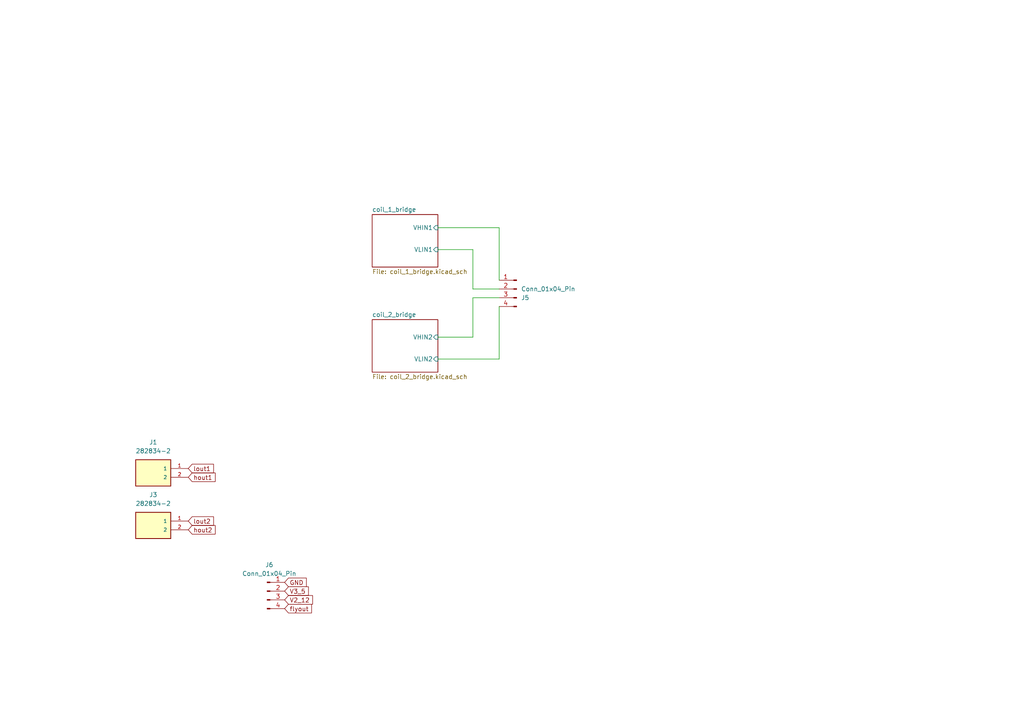
<source format=kicad_sch>
(kicad_sch
	(version 20231120)
	(generator "eeschema")
	(generator_version "8.0")
	(uuid "edf94242-0cdc-4580-8fae-fd56a0fef1a3")
	(paper "A4")
	(lib_symbols
		(symbol "282834-2:282834-2"
			(pin_names
				(offset 1.016)
			)
			(exclude_from_sim no)
			(in_bom yes)
			(on_board yes)
			(property "Reference" "J"
				(at -7.62 5.842 0)
				(effects
					(font
						(size 1.27 1.27)
					)
					(justify left bottom)
				)
			)
			(property "Value" "282834-2"
				(at -7.62 -5.08 0)
				(effects
					(font
						(size 1.27 1.27)
					)
					(justify left bottom)
				)
			)
			(property "Footprint" "282834-2:TE_282834-2"
				(at 0 0 0)
				(effects
					(font
						(size 1.27 1.27)
					)
					(justify bottom)
					(hide yes)
				)
			)
			(property "Datasheet" ""
				(at 0 0 0)
				(effects
					(font
						(size 1.27 1.27)
					)
					(hide yes)
				)
			)
			(property "Description" ""
				(at 0 0 0)
				(effects
					(font
						(size 1.27 1.27)
					)
					(hide yes)
				)
			)
			(property "Check_prices" "https://www.snapeda.com/parts/282834-2/TE+Connectivity+AMP+Connectors/view-part/?ref=eda"
				(at 0 0 0)
				(effects
					(font
						(size 1.27 1.27)
					)
					(justify bottom)
					(hide yes)
				)
			)
			(property "Package" "None"
				(at 0 0 0)
				(effects
					(font
						(size 1.27 1.27)
					)
					(justify bottom)
					(hide yes)
				)
			)
			(property "STANDARD" "Manufacturer Recommendations"
				(at 0 0 0)
				(effects
					(font
						(size 1.27 1.27)
					)
					(justify bottom)
					(hide yes)
				)
			)
			(property "PARTREV" "D"
				(at 0 0 0)
				(effects
					(font
						(size 1.27 1.27)
					)
					(justify bottom)
					(hide yes)
				)
			)
			(property "SnapEDA_Link" "https://www.snapeda.com/parts/282834-2/TE+Connectivity+AMP+Connectors/view-part/?ref=snap"
				(at 0 0 0)
				(effects
					(font
						(size 1.27 1.27)
					)
					(justify bottom)
					(hide yes)
				)
			)
			(property "Description_1" "\n                        \n                            Terminal Block Connector PCB 2.54 mm 30-16 AWG Green 10 A 150 V M1.6 | TE Connectivity 282834-2\n                        \n"
				(at 0 0 0)
				(effects
					(font
						(size 1.27 1.27)
					)
					(justify bottom)
					(hide yes)
				)
			)
			(property "Number_of_Positions" "2"
				(at 0 0 0)
				(effects
					(font
						(size 1.27 1.27)
					)
					(justify bottom)
					(hide yes)
				)
			)
			(property "MANUFACTURER" "TE Connectivity"
				(at 0 0 0)
				(effects
					(font
						(size 1.27 1.27)
					)
					(justify bottom)
					(hide yes)
				)
			)
			(property "Comment" "282834-2"
				(at 0 0 0)
				(effects
					(font
						(size 1.27 1.27)
					)
					(justify bottom)
					(hide yes)
				)
			)
			(property "MF" "TE Connectivity"
				(at 0 0 0)
				(effects
					(font
						(size 1.27 1.27)
					)
					(justify bottom)
					(hide yes)
				)
			)
			(property "MAXIMUM_PACKAGE_HEIGHT" "10 mm"
				(at 0 0 0)
				(effects
					(font
						(size 1.27 1.27)
					)
					(justify bottom)
					(hide yes)
				)
			)
			(property "Price" "None"
				(at 0 0 0)
				(effects
					(font
						(size 1.27 1.27)
					)
					(justify bottom)
					(hide yes)
				)
			)
			(property "MP" "282834-2"
				(at 0 0 0)
				(effects
					(font
						(size 1.27 1.27)
					)
					(justify bottom)
					(hide yes)
				)
			)
			(property "EU_RoHS_Compliance" "Compliant with Exemptions"
				(at 0 0 0)
				(effects
					(font
						(size 1.27 1.27)
					)
					(justify bottom)
					(hide yes)
				)
			)
			(property "Availability" "In Stock"
				(at 0 0 0)
				(effects
					(font
						(size 1.27 1.27)
					)
					(justify bottom)
					(hide yes)
				)
			)
			(property "Centerline_Pitch" "2.54 mm[.1 in]"
				(at 0 0 0)
				(effects
					(font
						(size 1.27 1.27)
					)
					(justify bottom)
					(hide yes)
				)
			)
			(property "SNAPEDA_PN" "282834-2"
				(at 0 0 0)
				(effects
					(font
						(size 1.27 1.27)
					)
					(justify bottom)
					(hide yes)
				)
			)
			(symbol "282834-2_0_0"
				(rectangle
					(start -7.62 -2.54)
					(end 2.54 5.08)
					(stroke
						(width 0.254)
						(type default)
					)
					(fill
						(type background)
					)
				)
				(pin passive line
					(at 7.62 2.54 180)
					(length 5.08)
					(name "1"
						(effects
							(font
								(size 1.016 1.016)
							)
						)
					)
					(number "1"
						(effects
							(font
								(size 1.016 1.016)
							)
						)
					)
				)
				(pin passive line
					(at 7.62 0 180)
					(length 5.08)
					(name "2"
						(effects
							(font
								(size 1.016 1.016)
							)
						)
					)
					(number "2"
						(effects
							(font
								(size 1.016 1.016)
							)
						)
					)
				)
			)
		)
		(symbol "Connector:Conn_01x04_Pin"
			(pin_names
				(offset 1.016) hide)
			(exclude_from_sim no)
			(in_bom yes)
			(on_board yes)
			(property "Reference" "J"
				(at 0 5.08 0)
				(effects
					(font
						(size 1.27 1.27)
					)
				)
			)
			(property "Value" "Conn_01x04_Pin"
				(at 0 -7.62 0)
				(effects
					(font
						(size 1.27 1.27)
					)
				)
			)
			(property "Footprint" ""
				(at 0 0 0)
				(effects
					(font
						(size 1.27 1.27)
					)
					(hide yes)
				)
			)
			(property "Datasheet" "~"
				(at 0 0 0)
				(effects
					(font
						(size 1.27 1.27)
					)
					(hide yes)
				)
			)
			(property "Description" "Generic connector, single row, 01x04, script generated"
				(at 0 0 0)
				(effects
					(font
						(size 1.27 1.27)
					)
					(hide yes)
				)
			)
			(property "ki_locked" ""
				(at 0 0 0)
				(effects
					(font
						(size 1.27 1.27)
					)
				)
			)
			(property "ki_keywords" "connector"
				(at 0 0 0)
				(effects
					(font
						(size 1.27 1.27)
					)
					(hide yes)
				)
			)
			(property "ki_fp_filters" "Connector*:*_1x??_*"
				(at 0 0 0)
				(effects
					(font
						(size 1.27 1.27)
					)
					(hide yes)
				)
			)
			(symbol "Conn_01x04_Pin_1_1"
				(polyline
					(pts
						(xy 1.27 -5.08) (xy 0.8636 -5.08)
					)
					(stroke
						(width 0.1524)
						(type default)
					)
					(fill
						(type none)
					)
				)
				(polyline
					(pts
						(xy 1.27 -2.54) (xy 0.8636 -2.54)
					)
					(stroke
						(width 0.1524)
						(type default)
					)
					(fill
						(type none)
					)
				)
				(polyline
					(pts
						(xy 1.27 0) (xy 0.8636 0)
					)
					(stroke
						(width 0.1524)
						(type default)
					)
					(fill
						(type none)
					)
				)
				(polyline
					(pts
						(xy 1.27 2.54) (xy 0.8636 2.54)
					)
					(stroke
						(width 0.1524)
						(type default)
					)
					(fill
						(type none)
					)
				)
				(rectangle
					(start 0.8636 -4.953)
					(end 0 -5.207)
					(stroke
						(width 0.1524)
						(type default)
					)
					(fill
						(type outline)
					)
				)
				(rectangle
					(start 0.8636 -2.413)
					(end 0 -2.667)
					(stroke
						(width 0.1524)
						(type default)
					)
					(fill
						(type outline)
					)
				)
				(rectangle
					(start 0.8636 0.127)
					(end 0 -0.127)
					(stroke
						(width 0.1524)
						(type default)
					)
					(fill
						(type outline)
					)
				)
				(rectangle
					(start 0.8636 2.667)
					(end 0 2.413)
					(stroke
						(width 0.1524)
						(type default)
					)
					(fill
						(type outline)
					)
				)
				(pin passive line
					(at 5.08 2.54 180)
					(length 3.81)
					(name "Pin_1"
						(effects
							(font
								(size 1.27 1.27)
							)
						)
					)
					(number "1"
						(effects
							(font
								(size 1.27 1.27)
							)
						)
					)
				)
				(pin passive line
					(at 5.08 0 180)
					(length 3.81)
					(name "Pin_2"
						(effects
							(font
								(size 1.27 1.27)
							)
						)
					)
					(number "2"
						(effects
							(font
								(size 1.27 1.27)
							)
						)
					)
				)
				(pin passive line
					(at 5.08 -2.54 180)
					(length 3.81)
					(name "Pin_3"
						(effects
							(font
								(size 1.27 1.27)
							)
						)
					)
					(number "3"
						(effects
							(font
								(size 1.27 1.27)
							)
						)
					)
				)
				(pin passive line
					(at 5.08 -5.08 180)
					(length 3.81)
					(name "Pin_4"
						(effects
							(font
								(size 1.27 1.27)
							)
						)
					)
					(number "4"
						(effects
							(font
								(size 1.27 1.27)
							)
						)
					)
				)
			)
		)
	)
	(wire
		(pts
			(xy 137.16 86.36) (xy 144.78 86.36)
		)
		(stroke
			(width 0)
			(type default)
		)
		(uuid "026b6d82-3957-4c52-9e88-9efea39a986b")
	)
	(wire
		(pts
			(xy 137.16 72.39) (xy 127 72.39)
		)
		(stroke
			(width 0)
			(type default)
		)
		(uuid "03d55461-4c1c-4238-9e0f-4fadb0bb1404")
	)
	(wire
		(pts
			(xy 137.16 83.82) (xy 137.16 72.39)
		)
		(stroke
			(width 0)
			(type default)
		)
		(uuid "20259597-1a2a-448d-a96c-790d03565b01")
	)
	(wire
		(pts
			(xy 127 104.14) (xy 144.78 104.14)
		)
		(stroke
			(width 0)
			(type default)
		)
		(uuid "293e1dd1-2676-4f06-b671-4de66718a500")
	)
	(wire
		(pts
			(xy 144.78 66.04) (xy 144.78 81.28)
		)
		(stroke
			(width 0)
			(type default)
		)
		(uuid "402b9c91-7d90-43a2-9db5-0a240a151a6c")
	)
	(wire
		(pts
			(xy 127 97.79) (xy 137.16 97.79)
		)
		(stroke
			(width 0)
			(type default)
		)
		(uuid "687dbde6-6291-4f22-bd3b-f702670df529")
	)
	(wire
		(pts
			(xy 127 66.04) (xy 144.78 66.04)
		)
		(stroke
			(width 0)
			(type default)
		)
		(uuid "ac134391-64a1-4cf5-8881-bf0c46491c48")
	)
	(wire
		(pts
			(xy 137.16 97.79) (xy 137.16 86.36)
		)
		(stroke
			(width 0)
			(type default)
		)
		(uuid "bc1e7dc1-63d0-44b2-a12c-15ba3c30e764")
	)
	(wire
		(pts
			(xy 144.78 88.9) (xy 144.78 104.14)
		)
		(stroke
			(width 0)
			(type default)
		)
		(uuid "cc07fcce-0081-469e-ae72-ee06f603a4ac")
	)
	(wire
		(pts
			(xy 137.16 83.82) (xy 144.78 83.82)
		)
		(stroke
			(width 0)
			(type default)
		)
		(uuid "f51c6936-01ce-4c7f-b0eb-f0fa784e61dd")
	)
	(global_label "flyout"
		(shape input)
		(at 82.55 176.53 0)
		(fields_autoplaced yes)
		(effects
			(font
				(size 1.27 1.27)
			)
			(justify left)
		)
		(uuid "298ab947-152e-47ef-a67a-1ce117e1acdd")
		(property "Intersheetrefs" "${INTERSHEET_REFS}"
			(at 90.9174 176.53 0)
			(effects
				(font
					(size 1.27 1.27)
				)
				(justify left)
				(hide yes)
			)
		)
	)
	(global_label "lout1"
		(shape input)
		(at 54.61 135.89 0)
		(fields_autoplaced yes)
		(effects
			(font
				(size 1.27 1.27)
			)
			(justify left)
		)
		(uuid "39869d56-93b4-447a-9be4-42aa9d3df220")
		(property "Intersheetrefs" "${INTERSHEET_REFS}"
			(at 62.4936 135.89 0)
			(effects
				(font
					(size 1.27 1.27)
				)
				(justify left)
				(hide yes)
			)
		)
	)
	(global_label "V3_5"
		(shape input)
		(at 82.55 171.45 0)
		(fields_autoplaced yes)
		(effects
			(font
				(size 1.27 1.27)
			)
			(justify left)
		)
		(uuid "4e34816e-b7d1-4eaf-b743-21597454dc5e")
		(property "Intersheetrefs" "${INTERSHEET_REFS}"
			(at 90.0104 171.45 0)
			(effects
				(font
					(size 1.27 1.27)
				)
				(justify left)
				(hide yes)
			)
		)
	)
	(global_label "V2_12"
		(shape input)
		(at 82.55 173.99 0)
		(fields_autoplaced yes)
		(effects
			(font
				(size 1.27 1.27)
			)
			(justify left)
		)
		(uuid "58745243-f3df-4793-8f5f-eea7912a5fc4")
		(property "Intersheetrefs" "${INTERSHEET_REFS}"
			(at 91.2199 173.99 0)
			(effects
				(font
					(size 1.27 1.27)
				)
				(justify left)
				(hide yes)
			)
		)
	)
	(global_label "lout2"
		(shape input)
		(at 54.61 151.13 0)
		(fields_autoplaced yes)
		(effects
			(font
				(size 1.27 1.27)
			)
			(justify left)
		)
		(uuid "7e3878c9-79f3-4f65-90fa-412d9e0c63c4")
		(property "Intersheetrefs" "${INTERSHEET_REFS}"
			(at 62.4936 151.13 0)
			(effects
				(font
					(size 1.27 1.27)
				)
				(justify left)
				(hide yes)
			)
		)
	)
	(global_label "hout2"
		(shape input)
		(at 54.61 153.67 0)
		(fields_autoplaced yes)
		(effects
			(font
				(size 1.27 1.27)
			)
			(justify left)
		)
		(uuid "d158d090-7e16-438a-abbd-a9ad0feeefac")
		(property "Intersheetrefs" "${INTERSHEET_REFS}"
			(at 62.9774 153.67 0)
			(effects
				(font
					(size 1.27 1.27)
				)
				(justify left)
				(hide yes)
			)
		)
	)
	(global_label "GND"
		(shape input)
		(at 82.55 168.91 0)
		(fields_autoplaced yes)
		(effects
			(font
				(size 1.27 1.27)
			)
			(justify left)
		)
		(uuid "d8ef02e2-591f-40ad-b798-e45adec8f34d")
		(property "Intersheetrefs" "${INTERSHEET_REFS}"
			(at 89.4057 168.91 0)
			(effects
				(font
					(size 1.27 1.27)
				)
				(justify left)
				(hide yes)
			)
		)
	)
	(global_label "hout1"
		(shape input)
		(at 54.61 138.43 0)
		(fields_autoplaced yes)
		(effects
			(font
				(size 1.27 1.27)
			)
			(justify left)
		)
		(uuid "dc7be662-a160-4489-9708-1b13fa5b9b0c")
		(property "Intersheetrefs" "${INTERSHEET_REFS}"
			(at 62.9774 138.43 0)
			(effects
				(font
					(size 1.27 1.27)
				)
				(justify left)
				(hide yes)
			)
		)
	)
	(symbol
		(lib_id "Connector:Conn_01x04_Pin")
		(at 77.47 171.45 0)
		(unit 1)
		(exclude_from_sim no)
		(in_bom yes)
		(on_board yes)
		(dnp no)
		(fields_autoplaced yes)
		(uuid "35d96daf-722e-4756-a1d5-0e3957474981")
		(property "Reference" "J6"
			(at 78.105 163.83 0)
			(effects
				(font
					(size 1.27 1.27)
				)
			)
		)
		(property "Value" "Conn_01x04_Pin"
			(at 78.105 166.37 0)
			(effects
				(font
					(size 1.27 1.27)
				)
			)
		)
		(property "Footprint" "Connector_PinHeader_1.00mm:PinHeader_1x04_P1.00mm_Horizontal"
			(at 77.47 171.45 0)
			(effects
				(font
					(size 1.27 1.27)
				)
				(hide yes)
			)
		)
		(property "Datasheet" "~"
			(at 77.47 171.45 0)
			(effects
				(font
					(size 1.27 1.27)
				)
				(hide yes)
			)
		)
		(property "Description" "Generic connector, single row, 01x04, script generated"
			(at 77.47 171.45 0)
			(effects
				(font
					(size 1.27 1.27)
				)
				(hide yes)
			)
		)
		(pin "3"
			(uuid "9882f52b-7a40-49b9-bd1e-e871c52127a7")
		)
		(pin "4"
			(uuid "a0cfc4ec-c930-42e8-8504-689b9997ae92")
		)
		(pin "2"
			(uuid "25cef3ce-0446-4d14-8479-42453e12c316")
		)
		(pin "1"
			(uuid "d49ba32e-3c33-4239-93f2-eed2042160db")
		)
		(instances
			(project ""
				(path "/edf94242-0cdc-4580-8fae-fd56a0fef1a3"
					(reference "J6")
					(unit 1)
				)
			)
		)
	)
	(symbol
		(lib_id "282834-2:282834-2")
		(at 46.99 153.67 0)
		(unit 1)
		(exclude_from_sim no)
		(in_bom yes)
		(on_board yes)
		(dnp no)
		(fields_autoplaced yes)
		(uuid "8ce93c13-e59c-4522-ad6b-60f7a4143f9f")
		(property "Reference" "J3"
			(at 44.45 143.51 0)
			(effects
				(font
					(size 1.27 1.27)
				)
			)
		)
		(property "Value" "282834-2"
			(at 44.45 146.05 0)
			(effects
				(font
					(size 1.27 1.27)
				)
			)
		)
		(property "Footprint" "TE_282834-2:TE_282834-2"
			(at 46.99 153.67 0)
			(effects
				(font
					(size 1.27 1.27)
				)
				(justify bottom)
				(hide yes)
			)
		)
		(property "Datasheet" ""
			(at 46.99 153.67 0)
			(effects
				(font
					(size 1.27 1.27)
				)
				(hide yes)
			)
		)
		(property "Description" ""
			(at 46.99 153.67 0)
			(effects
				(font
					(size 1.27 1.27)
				)
				(hide yes)
			)
		)
		(property "Check_prices" "https://www.snapeda.com/parts/282834-2/TE+Connectivity+AMP+Connectors/view-part/?ref=eda"
			(at 46.99 153.67 0)
			(effects
				(font
					(size 1.27 1.27)
				)
				(justify bottom)
				(hide yes)
			)
		)
		(property "Package" "None"
			(at 46.99 153.67 0)
			(effects
				(font
					(size 1.27 1.27)
				)
				(justify bottom)
				(hide yes)
			)
		)
		(property "STANDARD" "Manufacturer Recommendations"
			(at 46.99 153.67 0)
			(effects
				(font
					(size 1.27 1.27)
				)
				(justify bottom)
				(hide yes)
			)
		)
		(property "PARTREV" "D"
			(at 46.99 153.67 0)
			(effects
				(font
					(size 1.27 1.27)
				)
				(justify bottom)
				(hide yes)
			)
		)
		(property "SnapEDA_Link" "https://www.snapeda.com/parts/282834-2/TE+Connectivity+AMP+Connectors/view-part/?ref=snap"
			(at 46.99 153.67 0)
			(effects
				(font
					(size 1.27 1.27)
				)
				(justify bottom)
				(hide yes)
			)
		)
		(property "Description_1" "\n                        \n                            Terminal Block Connector PCB 2.54 mm 30-16 AWG Green 10 A 150 V M1.6 | TE Connectivity 282834-2\n                        \n"
			(at 46.99 153.67 0)
			(effects
				(font
					(size 1.27 1.27)
				)
				(justify bottom)
				(hide yes)
			)
		)
		(property "Number_of_Positions" "2"
			(at 46.99 153.67 0)
			(effects
				(font
					(size 1.27 1.27)
				)
				(justify bottom)
				(hide yes)
			)
		)
		(property "MANUFACTURER" "TE Connectivity"
			(at 46.99 153.67 0)
			(effects
				(font
					(size 1.27 1.27)
				)
				(justify bottom)
				(hide yes)
			)
		)
		(property "Comment" "282834-2"
			(at 46.99 153.67 0)
			(effects
				(font
					(size 1.27 1.27)
				)
				(justify bottom)
				(hide yes)
			)
		)
		(property "MF" "TE Connectivity"
			(at 46.99 153.67 0)
			(effects
				(font
					(size 1.27 1.27)
				)
				(justify bottom)
				(hide yes)
			)
		)
		(property "MAXIMUM_PACKAGE_HEIGHT" "10 mm"
			(at 46.99 153.67 0)
			(effects
				(font
					(size 1.27 1.27)
				)
				(justify bottom)
				(hide yes)
			)
		)
		(property "Price" "None"
			(at 46.99 153.67 0)
			(effects
				(font
					(size 1.27 1.27)
				)
				(justify bottom)
				(hide yes)
			)
		)
		(property "MP" "282834-2"
			(at 46.99 153.67 0)
			(effects
				(font
					(size 1.27 1.27)
				)
				(justify bottom)
				(hide yes)
			)
		)
		(property "EU_RoHS_Compliance" "Compliant with Exemptions"
			(at 46.99 153.67 0)
			(effects
				(font
					(size 1.27 1.27)
				)
				(justify bottom)
				(hide yes)
			)
		)
		(property "Availability" "In Stock"
			(at 46.99 153.67 0)
			(effects
				(font
					(size 1.27 1.27)
				)
				(justify bottom)
				(hide yes)
			)
		)
		(property "Centerline_Pitch" "2.54 mm[.1 in]"
			(at 46.99 153.67 0)
			(effects
				(font
					(size 1.27 1.27)
				)
				(justify bottom)
				(hide yes)
			)
		)
		(property "SNAPEDA_PN" "282834-2"
			(at 46.99 153.67 0)
			(effects
				(font
					(size 1.27 1.27)
				)
				(justify bottom)
				(hide yes)
			)
		)
		(pin "1"
			(uuid "31e74117-8700-4634-b0cc-d37530672c8d")
		)
		(pin "2"
			(uuid "bf4e44b2-65a2-4545-b2ca-dac91da9ff0f")
		)
		(instances
			(project "simulatedpcb"
				(path "/edf94242-0cdc-4580-8fae-fd56a0fef1a3"
					(reference "J3")
					(unit 1)
				)
			)
		)
	)
	(symbol
		(lib_id "282834-2:282834-2")
		(at 46.99 138.43 0)
		(unit 1)
		(exclude_from_sim no)
		(in_bom yes)
		(on_board yes)
		(dnp no)
		(fields_autoplaced yes)
		(uuid "b6ee454d-fc26-41bc-b83e-3f165d3f9b53")
		(property "Reference" "J1"
			(at 44.45 128.27 0)
			(effects
				(font
					(size 1.27 1.27)
				)
			)
		)
		(property "Value" "282834-2"
			(at 44.45 130.81 0)
			(effects
				(font
					(size 1.27 1.27)
				)
			)
		)
		(property "Footprint" "TE_282834-2:TE_282834-2"
			(at 46.99 138.43 0)
			(effects
				(font
					(size 1.27 1.27)
				)
				(justify bottom)
				(hide yes)
			)
		)
		(property "Datasheet" ""
			(at 46.99 138.43 0)
			(effects
				(font
					(size 1.27 1.27)
				)
				(hide yes)
			)
		)
		(property "Description" ""
			(at 46.99 138.43 0)
			(effects
				(font
					(size 1.27 1.27)
				)
				(hide yes)
			)
		)
		(property "Check_prices" "https://www.snapeda.com/parts/282834-2/TE+Connectivity+AMP+Connectors/view-part/?ref=eda"
			(at 46.99 138.43 0)
			(effects
				(font
					(size 1.27 1.27)
				)
				(justify bottom)
				(hide yes)
			)
		)
		(property "Package" "None"
			(at 46.99 138.43 0)
			(effects
				(font
					(size 1.27 1.27)
				)
				(justify bottom)
				(hide yes)
			)
		)
		(property "STANDARD" "Manufacturer Recommendations"
			(at 46.99 138.43 0)
			(effects
				(font
					(size 1.27 1.27)
				)
				(justify bottom)
				(hide yes)
			)
		)
		(property "PARTREV" "D"
			(at 46.99 138.43 0)
			(effects
				(font
					(size 1.27 1.27)
				)
				(justify bottom)
				(hide yes)
			)
		)
		(property "SnapEDA_Link" "https://www.snapeda.com/parts/282834-2/TE+Connectivity+AMP+Connectors/view-part/?ref=snap"
			(at 46.99 138.43 0)
			(effects
				(font
					(size 1.27 1.27)
				)
				(justify bottom)
				(hide yes)
			)
		)
		(property "Description_1" "\n                        \n                            Terminal Block Connector PCB 2.54 mm 30-16 AWG Green 10 A 150 V M1.6 | TE Connectivity 282834-2\n                        \n"
			(at 46.99 138.43 0)
			(effects
				(font
					(size 1.27 1.27)
				)
				(justify bottom)
				(hide yes)
			)
		)
		(property "Number_of_Positions" "2"
			(at 46.99 138.43 0)
			(effects
				(font
					(size 1.27 1.27)
				)
				(justify bottom)
				(hide yes)
			)
		)
		(property "MANUFACTURER" "TE Connectivity"
			(at 46.99 138.43 0)
			(effects
				(font
					(size 1.27 1.27)
				)
				(justify bottom)
				(hide yes)
			)
		)
		(property "Comment" "282834-2"
			(at 46.99 138.43 0)
			(effects
				(font
					(size 1.27 1.27)
				)
				(justify bottom)
				(hide yes)
			)
		)
		(property "MF" "TE Connectivity"
			(at 46.99 138.43 0)
			(effects
				(font
					(size 1.27 1.27)
				)
				(justify bottom)
				(hide yes)
			)
		)
		(property "MAXIMUM_PACKAGE_HEIGHT" "10 mm"
			(at 46.99 138.43 0)
			(effects
				(font
					(size 1.27 1.27)
				)
				(justify bottom)
				(hide yes)
			)
		)
		(property "Price" "None"
			(at 46.99 138.43 0)
			(effects
				(font
					(size 1.27 1.27)
				)
				(justify bottom)
				(hide yes)
			)
		)
		(property "MP" "282834-2"
			(at 46.99 138.43 0)
			(effects
				(font
					(size 1.27 1.27)
				)
				(justify bottom)
				(hide yes)
			)
		)
		(property "EU_RoHS_Compliance" "Compliant with Exemptions"
			(at 46.99 138.43 0)
			(effects
				(font
					(size 1.27 1.27)
				)
				(justify bottom)
				(hide yes)
			)
		)
		(property "Availability" "In Stock"
			(at 46.99 138.43 0)
			(effects
				(font
					(size 1.27 1.27)
				)
				(justify bottom)
				(hide yes)
			)
		)
		(property "Centerline_Pitch" "2.54 mm[.1 in]"
			(at 46.99 138.43 0)
			(effects
				(font
					(size 1.27 1.27)
				)
				(justify bottom)
				(hide yes)
			)
		)
		(property "SNAPEDA_PN" "282834-2"
			(at 46.99 138.43 0)
			(effects
				(font
					(size 1.27 1.27)
				)
				(justify bottom)
				(hide yes)
			)
		)
		(pin "1"
			(uuid "d80ac602-4796-4563-8eaf-76240f7a3d9e")
		)
		(pin "2"
			(uuid "a5d53b85-fd63-40c1-9331-795f26780835")
		)
		(instances
			(project "simulatedpcb"
				(path "/edf94242-0cdc-4580-8fae-fd56a0fef1a3"
					(reference "J1")
					(unit 1)
				)
			)
		)
	)
	(symbol
		(lib_id "Connector:Conn_01x04_Pin")
		(at 149.86 83.82 0)
		(mirror y)
		(unit 1)
		(exclude_from_sim no)
		(in_bom yes)
		(on_board yes)
		(dnp no)
		(uuid "f08b0a43-ad42-4f0a-b9dc-0b9a0bab144b")
		(property "Reference" "J5"
			(at 151.13 86.3601 0)
			(effects
				(font
					(size 1.27 1.27)
				)
				(justify right)
			)
		)
		(property "Value" "Conn_01x04_Pin"
			(at 151.13 83.8201 0)
			(effects
				(font
					(size 1.27 1.27)
				)
				(justify right)
			)
		)
		(property "Footprint" "Connector_PinHeader_1.00mm:PinHeader_1x04_P1.00mm_Horizontal"
			(at 149.86 83.82 0)
			(effects
				(font
					(size 1.27 1.27)
				)
				(hide yes)
			)
		)
		(property "Datasheet" "~"
			(at 149.86 83.82 0)
			(effects
				(font
					(size 1.27 1.27)
				)
				(hide yes)
			)
		)
		(property "Description" "Generic connector, single row, 01x04, script generated"
			(at 149.86 83.82 0)
			(effects
				(font
					(size 1.27 1.27)
				)
				(hide yes)
			)
		)
		(pin "4"
			(uuid "bbee6203-f110-4269-b3b6-ae1e0482f97f")
		)
		(pin "1"
			(uuid "9a947ab2-8911-4656-92a1-ad569cbb67b7")
		)
		(pin "3"
			(uuid "9d37cdab-4361-49de-85bb-3011cf9e4df5")
		)
		(pin "2"
			(uuid "fbdfaf9c-ca46-4184-ae74-f9632ce1dc5c")
		)
		(instances
			(project ""
				(path "/edf94242-0cdc-4580-8fae-fd56a0fef1a3"
					(reference "J5")
					(unit 1)
				)
			)
		)
	)
	(sheet
		(at 107.95 92.71)
		(size 19.05 15.24)
		(fields_autoplaced yes)
		(stroke
			(width 0.1524)
			(type solid)
		)
		(fill
			(color 0 0 0 0.0000)
		)
		(uuid "4ef6125f-d48c-4cdc-8ecc-782b01e6efd7")
		(property "Sheetname" "coil_2_bridge"
			(at 107.95 91.9984 0)
			(effects
				(font
					(size 1.27 1.27)
				)
				(justify left bottom)
			)
		)
		(property "Sheetfile" "coil_2_bridge.kicad_sch"
			(at 107.95 108.5346 0)
			(effects
				(font
					(size 1.27 1.27)
				)
				(justify left top)
			)
		)
		(pin "VHIN2" input
			(at 127 97.79 0)
			(effects
				(font
					(size 1.27 1.27)
				)
				(justify right)
			)
			(uuid "a3eff1ca-c177-4fe3-ab3e-4406ad926144")
		)
		(pin "VLIN2" input
			(at 127 104.14 0)
			(effects
				(font
					(size 1.27 1.27)
				)
				(justify right)
			)
			(uuid "619e7d5b-df48-4a13-a093-6ae02b345256")
		)
		(instances
			(project "doublebridgeright v7"
				(path "/edf94242-0cdc-4580-8fae-fd56a0fef1a3"
					(page "6")
				)
			)
		)
	)
	(sheet
		(at 107.95 62.23)
		(size 19.05 15.24)
		(fields_autoplaced yes)
		(stroke
			(width 0.1524)
			(type solid)
		)
		(fill
			(color 0 0 0 0.0000)
		)
		(uuid "e7939abf-f3c7-4c3c-afa8-080c8db56da1")
		(property "Sheetname" "coil_1_bridge"
			(at 107.95 61.5184 0)
			(effects
				(font
					(size 1.27 1.27)
				)
				(justify left bottom)
			)
		)
		(property "Sheetfile" "coil_1_bridge.kicad_sch"
			(at 107.95 78.0546 0)
			(effects
				(font
					(size 1.27 1.27)
				)
				(justify left top)
			)
		)
		(pin "VHIN1" input
			(at 127 66.04 0)
			(effects
				(font
					(size 1.27 1.27)
				)
				(justify right)
			)
			(uuid "5f400a16-5cfa-4313-bdd6-6f300ef3da0c")
		)
		(pin "VLIN1" input
			(at 127 72.39 0)
			(effects
				(font
					(size 1.27 1.27)
				)
				(justify right)
			)
			(uuid "ef69541d-9d33-43f3-8af5-a6e14f99013d")
		)
		(instances
			(project "doublebridgeright v7"
				(path "/edf94242-0cdc-4580-8fae-fd56a0fef1a3"
					(page "3")
				)
			)
		)
	)
	(sheet_instances
		(path "/"
			(page "1")
		)
	)
)

</source>
